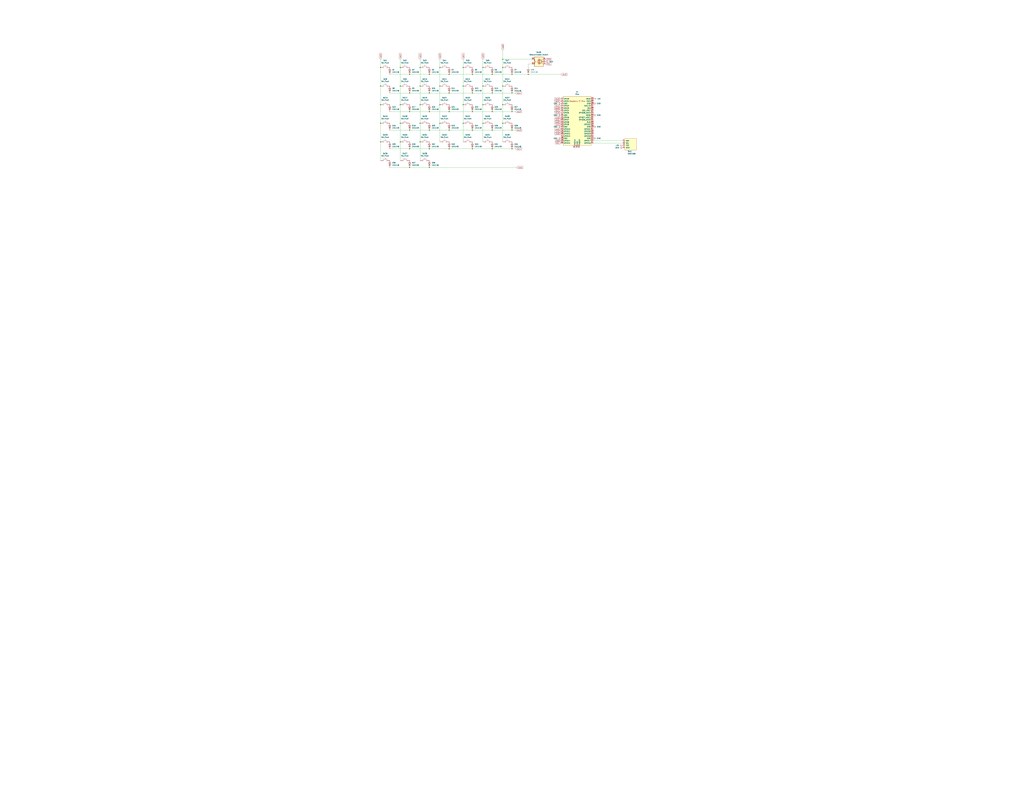
<source format=kicad_sch>
(kicad_sch (version 20250114) (generator "eeschema") (generator_version "9.0")
  (paper "E")
  (lib_symbols
    (symbol "Device:RotaryEncoder_Switch" (pin_names (offset 0.254) (hide yes))
      (property "Reference" "SW" (at 0 6.604 0))
      (property "Value" "RotaryEncoder_Switch" (at 0 -6.604 0))
      (symbol "RotaryEncoder_Switch_1_1"
        (pin passive line (at -7.62 2.54 0) (length 2.54) (name "A") (number "A"))
        (pin passive line (at -7.62 0 0) (length 2.54) (name "C") (number "C"))
        (pin passive line (at -7.62 -2.54 0) (length 2.54) (name "B") (number "B"))
        (pin passive line (at 7.62 2.54 180) (length 2.54) (name "S1") (number "S1"))
        (pin passive line (at 7.62 -2.54 180) (length 2.54) (name "S2") (number "S2"))
      )
    )
    (symbol "Diode:1N4148" (pin_numbers (hide yes)) (pin_names (hide yes))
      (property "Reference" "D" (at 0 2.54 0))
      (property "Value" "1N4148" (at 0 -2.54 0))
      (symbol "1N4148_1_1"
        (pin passive line (at -3.81 0 0) (length 2.54) (name "K") (number "1"))
        (pin passive line (at 3.81 0 180) (length 2.54) (name "A") (number "2"))
      )
    )
    (symbol "MCU_RaspberryPi_and_Boards:Pico"
      (property "Reference" "U" (at -13.97 27.94 0))
      (property "Value" "Pico" (at 0 19.05 0))
      (symbol "Pico_0_0"
        (text "Raspberry Pi Pico" (at 0 21.59 0) (effects (font (size 1.27 1.27))))
      )
      (symbol "Pico_1_1"
        (pin bidirectional line (at -17.78 24.13 0) (length 2.54) (name "GPIO0") (number "1"))
        (pin bidirectional line (at -17.78 21.59 0) (length 2.54) (name "GPIO1") (number "2"))
        (pin power_in line (at -17.78 19.05 0) (length 2.54) (name "GND") (number "3"))
        (pin bidirectional line (at -17.78 16.51 0) (length 2.54) (name "GPIO2") (number "4"))
        (pin bidirectional line (at -17.78 13.97 0) (length 2.54) (name "GPIO3") (number "5"))
        (pin bidirectional line (at -17.78 11.43 0) (length 2.54) (name "GPIO4") (number "6"))
        (pin bidirectional line (at -17.78 8.89 0) (length 2.54) (name "GPIO5") (number "7"))
        (pin power_in line (at -17.78 6.35 0) (length 2.54) (name "GND") (number "8"))
        (pin bidirectional line (at -17.78 3.81 0) (length 2.54) (name "GPIO6") (number "9"))
        (pin bidirectional line (at -17.78 1.27 0) (length 2.54) (name "GPIO7") (number "10"))
        (pin bidirectional line (at -17.78 -1.27 0) (length 2.54) (name "GPIO8") (number "11"))
        (pin bidirectional line (at -17.78 -3.81 0) (length 2.54) (name "GPIO9") (number "12"))
        (pin power_in line (at -17.78 -6.35 0) (length 2.54) (name "GND") (number "13"))
        (pin bidirectional line (at -17.78 -8.89 0) (length 2.54) (name "GPIO10") (number "14"))
        (pin bidirectional line (at -17.78 -11.43 0) (length 2.54) (name "GPIO11") (number "15"))
        (pin bidirectional line (at -17.78 -13.97 0) (length 2.54) (name "GPIO12") (number "16"))
        (pin bidirectional line (at -17.78 -16.51 0) (length 2.54) (name "GPIO13") (number "17"))
        (pin power_in line (at -17.78 -19.05 0) (length 2.54) (name "GND") (number "18"))
        (pin bidirectional line (at -17.78 -21.59 0) (length 2.54) (name "GPIO14") (number "19"))
        (pin bidirectional line (at -17.78 -24.13 0) (length 2.54) (name "GPIO15") (number "20"))
        (pin input line (at -2.54 -29.21 90) (length 2.54) (name "SWCLK") (number "41"))
        (pin power_in line (at 0 -29.21 90) (length 2.54) (name "GND") (number "42"))
        (pin bidirectional line (at 2.54 -29.21 90) (length 2.54) (name "SWDIO") (number "43"))
        (pin power_in line (at 17.78 24.13 180) (length 2.54) (name "VBUS") (number "40"))
        (pin power_in line (at 17.78 21.59 180) (length 2.54) (name "VSYS") (number "39"))
        (pin bidirectional line (at 17.78 19.05 180) (length 2.54) (name "GND") (number "38"))
        (pin input line (at 17.78 16.51 180) (length 2.54) (name "3V3_EN") (number "37"))
        (pin power_in line (at 17.78 13.97 180) (length 2.54) (name "3V3") (number "36"))
        (pin power_in line (at 17.78 11.43 180) (length 2.54) (name "ADC_VREF") (number "35"))
        (pin bidirectional line (at 17.78 8.89 180) (length 2.54) (name "GPIO28_ADC2") (number "34"))
        (pin power_in line (at 17.78 6.35 180) (length 2.54) (name "AGND") (number "33"))
        (pin bidirectional line (at 17.78 3.81 180) (length 2.54) (name "GPIO27_ADC1") (number "32"))
        (pin bidirectional line (at 17.78 1.27 180) (length 2.54) (name "GPIO26_ADC0") (number "31"))
        (pin input line (at 17.78 -1.27 180) (length 2.54) (name "RUN") (number "30"))
        (pin bidirectional line (at 17.78 -3.81 180) (length 2.54) (name "GPIO22") (number "29"))
        (pin power_in line (at 17.78 -6.35 180) (length 2.54) (name "GND") (number "28"))
        (pin bidirectional line (at 17.78 -8.89 180) (length 2.54) (name "GPIO21") (number "27"))
        (pin bidirectional line (at 17.78 -11.43 180) (length 2.54) (name "GPIO20") (number "26"))
        (pin bidirectional line (at 17.78 -13.97 180) (length 2.54) (name "GPIO19") (number "25"))
        (pin bidirectional line (at 17.78 -16.51 180) (length 2.54) (name "GPIO18") (number "24"))
        (pin power_in line (at 17.78 -19.05 180) (length 2.54) (name "GND") (number "23"))
        (pin bidirectional line (at 17.78 -21.59 180) (length 2.54) (name "GPIO17") (number "22"))
        (pin bidirectional line (at 17.78 -24.13 180) (length 2.54) (name "GPIO16") (number "21"))
      )
    )
    (symbol "SSD1306-128x64_OLED:SSD1306" (pin_names (offset 1.016))
      (property "Reference" "Brd" (at 0 -3.81 0))
      (property "Value" "SSD1306" (at 0 -1.27 0))
      (symbol "SSD1306_1_1"
        (pin input line (at -3.81 8.89 270) (length 2.54) (name "GND") (number "1"))
        (pin input line (at -1.27 8.89 270) (length 2.54) (name "VCC") (number "2"))
        (pin input line (at 1.27 8.89 270) (length 2.54) (name "SCL") (number "3"))
        (pin input line (at 3.81 8.89 270) (length 2.54) (name "SDA") (number "4"))
      )
    )
    (symbol "Switch:SW_Push" (pin_numbers (hide yes)) (pin_names (offset 1.016) (hide yes))
      (property "Reference" "SW" (at 1.27 2.54 0))
      (property "Value" "SW_Push" (at 0 -1.524 0))
      (symbol "SW_Push_0_1"
        (pin passive line (at -5.08 0 0) (length 2.54) (name "1") (number "1"))
        (pin passive line (at 5.08 0 180) (length 2.54) (name "2") (number "2"))
      )
    )
    (symbol "power:+5V" (power) (pin_numbers (hide yes)) (pin_names (offset 0) (hide yes))
      (property "Value" "+5V" (at 0 3.556 0))
      (symbol "+5V_1_1"
        (pin power_in line (at 0 0 90) (length 0) (name "~") (number "1"))
      )
    )
    (symbol "power:GND" (power) (pin_numbers (hide yes)) (pin_names (offset 0) (hide yes))
      (property "Value" "GND" (at 0 -3.81 0))
      (symbol "GND_1_1"
        (pin power_in line (at 0 0 270) (length 0) (name "~") (number "1"))
      )
    )
  )
  (junction (at 537.21 121.92))
  (junction (at 548.64 93.98))
  (junction (at 537.21 81.28))
  (junction (at 558.8 101.6))
  (junction (at 548.64 73.66))
  (junction (at 515.62 162.56))
  (junction (at 490.22 101.6))
  (junction (at 558.8 81.28))
  (junction (at 468.63 81.28))
  (junction (at 468.63 182.88))
  (junction (at 548.64 134.62))
  (junction (at 505.46 134.62))
  (junction (at 436.88 134.62))
  (junction (at 458.47 154.94))
  (junction (at 436.88 154.94))
  (junction (at 415.29 154.94))
  (junction (at 527.05 114.3))
  (junction (at 468.63 101.6))
  (junction (at 468.63 142.24))
  (junction (at 415.29 93.98))
  (junction (at 447.04 162.56))
  (junction (at 527.05 93.98))
  (junction (at 415.29 114.3))
  (junction (at 447.04 81.28))
  (junction (at 415.29 134.62))
  (junction (at 490.22 81.28))
  (junction (at 480.06 114.3))
  (junction (at 548.64 114.3))
  (junction (at 468.63 162.56))
  (junction (at 558.8 142.24))
  (junction (at 515.62 121.92))
  (junction (at 458.47 114.3))
  (junction (at 490.22 121.92))
  (junction (at 548.64 64.77))
  (junction (at 458.47 134.62))
  (junction (at 458.47 93.98))
  (junction (at 515.62 101.6))
  (junction (at 436.88 114.3))
  (junction (at 490.22 142.24))
  (junction (at 447.04 101.6))
  (junction (at 447.04 121.92))
  (junction (at 480.06 93.98))
  (junction (at 558.8 162.56))
  (junction (at 537.21 142.24))
  (junction (at 468.63 121.92))
  (junction (at 436.88 93.98))
  (junction (at 505.46 93.98))
  (junction (at 505.46 114.3))
  (junction (at 537.21 162.56))
  (junction (at 505.46 73.66))
  (junction (at 527.05 73.66))
  (junction (at 490.22 162.56))
  (junction (at 480.06 73.66))
  (junction (at 558.8 121.92))
  (junction (at 447.04 142.24))
  (junction (at 527.05 134.62))
  (junction (at 436.88 73.66))
  (junction (at 515.62 81.28))
  (junction (at 447.04 182.88))
  (junction (at 480.06 134.62))
  (junction (at 515.62 142.24))
  (junction (at 415.29 73.66))
  (junction (at 576.58 81.28))
  (junction (at 458.47 73.66))
  (junction (at 537.21 101.6))
  (wire (pts (xy 458.47 114.3) (xy 458.47 134.62)))
  (wire (pts (xy 458.47 134.62) (xy 458.47 154.94)))
  (wire (pts (xy 415.29 154.94) (xy 415.29 175.26)))
  (wire (pts (xy 425.45 101.6) (xy 447.04 101.6)))
  (wire (pts (xy 468.63 162.56) (xy 490.22 162.56)))
  (wire (pts (xy 436.88 114.3) (xy 436.88 134.62)))
  (wire (pts (xy 436.88 64.77) (xy 436.88 73.66)))
  (wire (pts (xy 537.21 81.28) (xy 558.8 81.28)))
  (wire (pts (xy 468.63 142.24) (xy 490.22 142.24)))
  (wire (pts (xy 505.46 134.62) (xy 505.46 154.94)))
  (wire (pts (xy 480.06 64.77) (xy 480.06 73.66)))
  (wire (pts (xy 436.88 93.98) (xy 436.88 114.3)))
  (wire (pts (xy 515.62 121.92) (xy 537.21 121.92)))
  (wire (pts (xy 527.05 64.77) (xy 527.05 73.66)))
  (wire (pts (xy 537.21 162.56) (xy 558.8 162.56)))
  (wire (pts (xy 548.64 93.98) (xy 548.64 114.3)))
  (wire (pts (xy 515.62 101.6) (xy 537.21 101.6)))
  (wire (pts (xy 436.88 134.62) (xy 436.88 154.94)))
  (wire (pts (xy 415.29 73.66) (xy 415.29 93.98)))
  (wire (pts (xy 527.05 134.62) (xy 527.05 154.94)))
  (wire (pts (xy 558.8 101.6) (xy 562.61 101.6)))
  (wire (pts (xy 558.8 142.24) (xy 562.61 142.24)))
  (wire (pts (xy 515.62 81.28) (xy 537.21 81.28)))
  (wire (pts (xy 647.7 153.67) (xy 679.45 153.67)))
  (wire (pts (xy 548.64 54.61) (xy 548.64 64.77)))
  (wire (pts (xy 576.58 81.28) (xy 612.14 81.28)))
  (wire (pts (xy 415.29 114.3) (xy 415.29 134.62)))
  (wire (pts (xy 527.05 93.98) (xy 527.05 114.3)))
  (wire (pts (xy 515.62 142.24) (xy 537.21 142.24)))
  (wire (pts (xy 425.45 162.56) (xy 447.04 162.56)))
  (wire (pts (xy 458.47 154.94) (xy 458.47 175.26)))
  (wire (pts (xy 458.47 93.98) (xy 458.47 114.3)))
  (wire (pts (xy 580.39 69.85) (xy 576.58 69.85)))
  (wire (pts (xy 558.8 162.56) (xy 562.61 162.56)))
  (wire (pts (xy 480.06 134.62) (xy 480.06 154.94)))
  (wire (pts (xy 548.64 64.77) (xy 580.39 64.77)))
  (wire (pts (xy 527.05 114.3) (xy 527.05 134.62)))
  (wire (pts (xy 425.45 182.88) (xy 447.04 182.88)))
  (wire (pts (xy 447.04 101.6) (xy 468.63 101.6)))
  (wire (pts (xy 576.58 69.85) (xy 576.58 73.66)))
  (wire (pts (xy 425.45 121.92) (xy 447.04 121.92)))
  (wire (pts (xy 537.21 101.6) (xy 558.8 101.6)))
  (wire (pts (xy 548.64 134.62) (xy 548.64 154.94)))
  (wire (pts (xy 490.22 81.28) (xy 515.62 81.28)))
  (wire (pts (xy 458.47 64.77) (xy 458.47 73.66)))
  (wire (pts (xy 480.06 93.98) (xy 480.06 114.3)))
  (wire (pts (xy 436.88 73.66) (xy 436.88 93.98)))
  (wire (pts (xy 425.45 81.28) (xy 447.04 81.28)))
  (wire (pts (xy 490.22 101.6) (xy 515.62 101.6)))
  (wire (pts (xy 468.63 121.92) (xy 490.22 121.92)))
  (wire (pts (xy 468.63 182.88) (xy 563.88 182.88)))
  (wire (pts (xy 490.22 142.24) (xy 515.62 142.24)))
  (wire (pts (xy 527.05 73.66) (xy 527.05 93.98)))
  (wire (pts (xy 447.04 81.28) (xy 468.63 81.28)))
  (wire (pts (xy 447.04 142.24) (xy 468.63 142.24)))
  (wire (pts (xy 505.46 64.77) (xy 505.46 73.66)))
  (wire (pts (xy 447.04 121.92) (xy 468.63 121.92)))
  (wire (pts (xy 558.8 121.92) (xy 562.61 121.92)))
  (wire (pts (xy 490.22 162.56) (xy 515.62 162.56)))
  (wire (pts (xy 415.29 134.62) (xy 415.29 154.94)))
  (wire (pts (xy 505.46 114.3) (xy 505.46 134.62)))
  (wire (pts (xy 505.46 93.98) (xy 505.46 114.3)))
  (wire (pts (xy 447.04 182.88) (xy 468.63 182.88)))
  (wire (pts (xy 647.7 156.21) (xy 679.45 156.21)))
  (wire (pts (xy 548.64 64.77) (xy 548.64 73.66)))
  (wire (pts (xy 480.06 114.3) (xy 480.06 134.62)))
  (wire (pts (xy 537.21 142.24) (xy 558.8 142.24)))
  (wire (pts (xy 490.22 121.92) (xy 515.62 121.92)))
  (wire (pts (xy 425.45 142.24) (xy 447.04 142.24)))
  (wire (pts (xy 548.64 73.66) (xy 548.64 93.98)))
  (wire (pts (xy 447.04 162.56) (xy 468.63 162.56)))
  (wire (pts (xy 515.62 162.56) (xy 537.21 162.56)))
  (wire (pts (xy 505.46 73.66) (xy 505.46 93.98)))
  (wire (pts (xy 436.88 154.94) (xy 436.88 175.26)))
  (wire (pts (xy 415.29 93.98) (xy 415.29 114.3)))
  (wire (pts (xy 558.8 81.28) (xy 576.58 81.28)))
  (wire (pts (xy 537.21 121.92) (xy 558.8 121.92)))
  (wire (pts (xy 548.64 114.3) (xy 548.64 134.62)))
  (wire (pts (xy 480.06 73.66) (xy 480.06 93.98)))
  (wire (pts (xy 415.29 64.77) (xy 415.29 73.66)))
  (wire (pts (xy 468.63 81.28) (xy 490.22 81.28)))
  (wire (pts (xy 468.63 101.6) (xy 490.22 101.6)))
  (wire (pts (xy 458.47 73.66) (xy 458.47 93.98)))
  (global_label "col4" (shape input) (at 612.14 140.97 180) (property "Intersheetrefs" "${INTERSHEET_REFS}" (effects (hide yes))))
  (global_label "col4" (shape input) (at 505.46 64.77 90) (property "Intersheetrefs" "${INTERSHEET_REFS}" (effects (hide yes))))
  (global_label "row4" (shape input) (at 612.14 120.65 180) (property "Intersheetrefs" "${INTERSHEET_REFS}" (effects (hide yes))))
  (global_label "col2" (shape input) (at 458.47 64.77 90) (property "Intersheetrefs" "${INTERSHEET_REFS}" (effects (hide yes))))
  (global_label "col3" (shape input) (at 612.14 135.89 180) (property "Intersheetrefs" "${INTERSHEET_REFS}" (effects (hide yes))))
  (global_label "RE1" (shape input) (at 612.14 156.21 180) (property "Intersheetrefs" "${INTERSHEET_REFS}" (effects (hide yes))))
  (global_label "col1" (shape input) (at 612.14 130.81 180) (property "Intersheetrefs" "${INTERSHEET_REFS}" (effects (hide yes))))
  (global_label "col6" (shape input) (at 548.64 54.61 90) (property "Intersheetrefs" "${INTERSHEET_REFS}" (effects (hide yes))))
  (global_label "RE0" (shape input) (at 612.14 153.67 180) (property "Intersheetrefs" "${INTERSHEET_REFS}" (effects (hide yes))))
  (global_label "col6" (shape input) (at 612.14 146.05 180) (property "Intersheetrefs" "${INTERSHEET_REFS}" (effects (hide yes))))
  (global_label "col1" (shape input) (at 436.88 64.77 90) (property "Intersheetrefs" "${INTERSHEET_REFS}" (effects (hide yes))))
  (global_label "row3" (shape input) (at 562.61 142.24 0) (property "Intersheetrefs" "${INTERSHEET_REFS}" (effects (hide yes))))
  (global_label "col3" (shape input) (at 480.06 64.77 90) (property "Intersheetrefs" "${INTERSHEET_REFS}" (effects (hide yes))))
  (global_label "col5" (shape input) (at 612.14 143.51 180) (property "Intersheetrefs" "${INTERSHEET_REFS}" (effects (hide yes))))
  (global_label "col2" (shape input) (at 612.14 133.35 180) (property "Intersheetrefs" "${INTERSHEET_REFS}" (effects (hide yes))))
  (global_label "RE1" (shape input) (at 595.63 69.85 0) (property "Intersheetrefs" "${INTERSHEET_REFS}" (effects (hide yes))))
  (global_label "col0" (shape input) (at 415.29 64.77 90) (property "Intersheetrefs" "${INTERSHEET_REFS}" (effects (hide yes))))
  (global_label "row4" (shape input) (at 562.61 162.56 0) (property "Intersheetrefs" "${INTERSHEET_REFS}" (effects (hide yes))))
  (global_label "row0" (shape input) (at 612.14 107.95 180) (property "Intersheetrefs" "${INTERSHEET_REFS}" (effects (hide yes))))
  (global_label "row0" (shape input) (at 612.14 81.28 0) (property "Intersheetrefs" "${INTERSHEET_REFS}" (effects (hide yes))))
  (global_label "row2" (shape input) (at 562.61 121.92 0) (property "Intersheetrefs" "${INTERSHEET_REFS}" (effects (hide yes))))
  (global_label "col5" (shape input) (at 527.05 64.77 90) (property "Intersheetrefs" "${INTERSHEET_REFS}" (effects (hide yes))))
  (global_label "RE0" (shape input) (at 595.63 64.77 0) (property "Intersheetrefs" "${INTERSHEET_REFS}" (effects (hide yes))))
  (global_label "row1" (shape input) (at 612.14 110.49 180) (property "Intersheetrefs" "${INTERSHEET_REFS}" (effects (hide yes))))
  (global_label "row3" (shape input) (at 612.14 118.11 180) (property "Intersheetrefs" "${INTERSHEET_REFS}" (effects (hide yes))))
  (global_label "col0" (shape input) (at 612.14 128.27 180) (property "Intersheetrefs" "${INTERSHEET_REFS}" (effects (hide yes))))
  (global_label "row2" (shape input) (at 612.14 115.57 180) (property "Intersheetrefs" "${INTERSHEET_REFS}" (effects (hide yes))))
  (global_label "row5" (shape input) (at 563.88 182.88 0) (property "Intersheetrefs" "${INTERSHEET_REFS}" (effects (hide yes))))
  (global_label "row5" (shape input) (at 612.14 123.19 180) (property "Intersheetrefs" "${INTERSHEET_REFS}" (effects (hide yes))))
  (global_label "row1" (shape input) (at 562.61 101.6 0) (property "Intersheetrefs" "${INTERSHEET_REFS}" (effects (hide yes))))
  (symbol (lib_id "Diode:1N4148") (at 425.45 138.43 90) (unit 1)
    (property "Reference" "D16" (at 427.99 137.1599 90) (effects (justify right)))
    (property "Value" "1N4148" (at 427.99 139.6999 90) (effects (justify right)))
    (property "Footprint" "Diode_THT:D_DO-35_SOD27_P7.62mm_Horizontal" (effects (hide yes)))
    (property "Datasheet" "https://assets.nexperia.com/documents/data-sheet/1N4148_1N4448.pdf" (effects (hide yes)))
    (property "Description" "100V 0.15A standard switching diode, DO-35" (effects (hide yes)))
    (property "Sim.Device" "D" (effects (hide yes)))
    (property "Sim.Pins" "1=K 2=A" (effects (hide yes)))
  )
  (symbol (lib_id "Switch:SW_Push") (at 532.13 73.66 0) (unit 1)
    (property "Reference" "SW6" (at 532.13 66.04 0))
    (property "Value" "SW_Push" (at 532.13 68.58 0))
    (property "Footprint" "Button_Switch_Keyboard:SW_Cherry_MX_1.00u_PCB" (effects (hide yes)))
    (property "Description" "Push button switch, generic, two pins" (effects (hide yes)))
  )
  (symbol (lib_id "power:GND") (at 612.14 113.03 270) (unit 1)
    (property "Reference" "#PWR02" (effects (hide yes)))
    (property "Value" "GND" (at 608.33 113.0299 90) (effects (justify right)))
    (property "Description" "Power symbol creates a global label with name \"GND\" , ground" (effects (hide yes)))
  )
  (symbol (lib_id "SSD1306-128x64_OLED:SSD1306") (at 688.34 157.48 90) (unit 1)
    (property "Reference" "Brd1" (at 685.038 165.354 90) (effects (justify right)))
    (property "Value" "SSD1306" (at 685.038 167.894 90) (effects (justify right)))
    (property "Footprint" "KiCad-SSD1306-0.91-OLED-4pin-128x32.pretty-master:SSD1306-0.91-OLED-4pin-128x32" (effects (hide yes)))
    (property "Description" "SSD1306 OLED" (effects (hide yes)))
  )
  (symbol (lib_id "Diode:1N4148") (at 468.63 77.47 90) (unit 1)
    (property "Reference" "D3" (at 471.17 76.1999 90) (effects (justify right)))
    (property "Value" "1N4148" (at 471.17 78.7399 90) (effects (justify right)))
    (property "Footprint" "Diode_THT:D_DO-35_SOD27_P7.62mm_Horizontal" (effects (hide yes)))
    (property "Datasheet" "https://assets.nexperia.com/documents/data-sheet/1N4148_1N4448.pdf" (effects (hide yes)))
    (property "Description" "100V 0.15A standard switching diode, DO-35" (effects (hide yes)))
    (property "Sim.Device" "D" (effects (hide yes)))
    (property "Sim.Pins" "1=K 2=A" (effects (hide yes)))
  )
  (symbol (lib_id "Diode:1N4148") (at 537.21 97.79 90) (unit 1)
    (property "Reference" "D13" (at 539.75 96.5199 90) (effects (justify right)))
    (property "Value" "1N4148" (at 539.75 99.0599 90) (effects (justify right)))
    (property "Footprint" "Diode_THT:D_DO-35_SOD27_P7.62mm_Horizontal" (effects (hide yes)))
    (property "Datasheet" "https://assets.nexperia.com/documents/data-sheet/1N4148_1N4448.pdf" (effects (hide yes)))
    (property "Description" "100V 0.15A standard switching diode, DO-35" (effects (hide yes)))
    (property "Sim.Device" "D" (effects (hide yes)))
    (property "Sim.Pins" "1=K 2=A" (effects (hide yes)))
  )
  (symbol (lib_id "power:GND") (at 612.14 151.13 270) (unit 1)
    (property "Reference" "#PWR05" (effects (hide yes)))
    (property "Value" "GND" (at 608.33 151.1299 90) (effects (justify right)))
    (property "Description" "Power symbol creates a global label with name \"GND\" , ground" (effects (hide yes)))
  )
  (symbol (lib_id "power:GND") (at 595.63 67.31 90) (unit 1)
    (property "Reference" "#PWR01" (effects (hide yes)))
    (property "Value" "GND" (at 599.44 67.3099 90) (effects (justify right)))
    (property "Description" "Power symbol creates a global label with name \"GND\" , ground" (effects (hide yes)))
  )
  (symbol (lib_id "Switch:SW_Push") (at 420.37 93.98 0) (unit 1)
    (property "Reference" "SW8" (at 420.37 86.36 0))
    (property "Value" "SW_Push" (at 420.37 88.9 0))
    (property "Footprint" "Button_Switch_Keyboard:SW_Cherry_MX_1.00u_PCB" (effects (hide yes)))
    (property "Description" "Push button switch, generic, two pins" (effects (hide yes)))
  )
  (symbol (lib_id "Switch:SW_Push") (at 463.55 154.94 0) (unit 1)
    (property "Reference" "SW31" (at 463.55 147.32 0))
    (property "Value" "SW_Push" (at 463.55 149.86 0))
    (property "Footprint" "Button_Switch_Keyboard:SW_Cherry_MX_1.00u_PCB" (effects (hide yes)))
    (property "Description" "Push button switch, generic, two pins" (effects (hide yes)))
  )
  (symbol (lib_id "Diode:1N4148") (at 537.21 77.47 90) (unit 1)
    (property "Reference" "D6" (at 539.75 76.1999 90) (effects (justify right)))
    (property "Value" "1N4148" (at 539.75 78.7399 90) (effects (justify right)))
    (property "Footprint" "Diode_THT:D_DO-35_SOD27_P7.62mm_Horizontal" (effects (hide yes)))
    (property "Datasheet" "https://assets.nexperia.com/documents/data-sheet/1N4148_1N4448.pdf" (effects (hide yes)))
    (property "Description" "100V 0.15A standard switching diode, DO-35" (effects (hide yes)))
    (property "Sim.Device" "D" (effects (hide yes)))
    (property "Sim.Pins" "1=K 2=A" (effects (hide yes)))
  )
  (symbol (lib_id "power:GND") (at 647.7 151.13 90) (unit 1)
    (property "Reference" "#PWR06" (effects (hide yes)))
    (property "Value" "GND" (at 651.51 151.1299 90) (effects (justify right)))
    (property "Description" "Power symbol creates a global label with name \"GND\" , ground" (effects (hide yes)))
  )
  (symbol (lib_id "Diode:1N4148") (at 447.04 77.47 90) (unit 1)
    (property "Reference" "D2" (at 449.58 76.1999 90) (effects (justify right)))
    (property "Value" "1N4148" (at 449.58 78.7399 90) (effects (justify right)))
    (property "Footprint" "Diode_THT:D_DO-35_SOD27_P7.62mm_Horizontal" (effects (hide yes)))
    (property "Datasheet" "https://assets.nexperia.com/documents/data-sheet/1N4148_1N4448.pdf" (effects (hide yes)))
    (property "Description" "100V 0.15A standard switching diode, DO-35" (effects (hide yes)))
    (property "Sim.Device" "D" (effects (hide yes)))
    (property "Sim.Pins" "1=K 2=A" (effects (hide yes)))
  )
  (symbol (lib_id "Switch:SW_Push") (at 553.72 114.3 0) (unit 1)
    (property "Reference" "SW27" (at 553.72 106.68 0))
    (property "Value" "SW_Push" (at 553.72 109.22 0))
    (property "Footprint" "Button_Switch_Keyboard:SW_Cherry_MX_1.00u_PCB" (effects (hide yes)))
    (property "Description" "Push button switch, generic, two pins" (effects (hide yes)))
  )
  (symbol (lib_id "Diode:1N4148") (at 490.22 118.11 90) (unit 1)
    (property "Reference" "D21" (at 492.76 116.8399 90) (effects (justify right)))
    (property "Value" "1N4148" (at 492.76 119.3799 90) (effects (justify right)))
    (property "Footprint" "Diode_THT:D_DO-35_SOD27_P7.62mm_Horizontal" (effects (hide yes)))
    (property "Datasheet" "https://assets.nexperia.com/documents/data-sheet/1N4148_1N4448.pdf" (effects (hide yes)))
    (property "Description" "100V 0.15A standard switching diode, DO-35" (effects (hide yes)))
    (property "Sim.Device" "D" (effects (hide yes)))
    (property "Sim.Pins" "1=K 2=A" (effects (hide yes)))
  )
  (symbol (lib_id "Diode:1N4148") (at 425.45 97.79 90) (unit 1)
    (property "Reference" "D8" (at 427.99 96.5199 90) (effects (justify right)))
    (property "Value" "1N4148" (at 427.99 99.0599 90) (effects (justify right)))
    (property "Footprint" "Diode_THT:D_DO-35_SOD27_P7.62mm_Horizontal" (effects (hide yes)))
    (property "Datasheet" "https://assets.nexperia.com/documents/data-sheet/1N4148_1N4448.pdf" (effects (hide yes)))
    (property "Description" "100V 0.15A standard switching diode, DO-35" (effects (hide yes)))
    (property "Sim.Device" "D" (effects (hide yes)))
    (property "Sim.Pins" "1=K 2=A" (effects (hide yes)))
  )
  (symbol (lib_id "Switch:SW_Push") (at 441.96 114.3 0) (unit 1)
    (property "Reference" "SW17" (at 441.96 106.68 0))
    (property "Value" "SW_Push" (at 441.96 109.22 0))
    (property "Footprint" "Button_Switch_Keyboard:SW_Cherry_MX_1.00u_PCB" (effects (hide yes)))
    (property "Description" "Push button switch, generic, two pins" (effects (hide yes)))
  )
  (symbol (lib_id "Diode:1N4148") (at 468.63 97.79 90) (unit 1)
    (property "Reference" "D10" (at 471.17 96.5199 90) (effects (justify right)))
    (property "Value" "1N4148" (at 471.17 99.0599 90) (effects (justify right)))
    (property "Footprint" "Diode_THT:D_DO-35_SOD27_P7.62mm_Horizontal" (effects (hide yes)))
    (property "Datasheet" "https://assets.nexperia.com/documents/data-sheet/1N4148_1N4448.pdf" (effects (hide yes)))
    (property "Description" "100V 0.15A standard switching diode, DO-35" (effects (hide yes)))
    (property "Sim.Device" "D" (effects (hide yes)))
    (property "Sim.Pins" "1=K 2=A" (effects (hide yes)))
  )
  (symbol (lib_id "Switch:SW_Push") (at 532.13 134.62 0) (unit 1)
    (property "Reference" "SW26" (at 532.13 127 0))
    (property "Value" "SW_Push" (at 532.13 129.54 0))
    (property "Footprint" "Button_Switch_Keyboard:SW_Cherry_MX_1.00u_PCB" (effects (hide yes)))
    (property "Description" "Push button switch, generic, two pins" (effects (hide yes)))
  )
  (symbol (lib_id "Diode:1N4148") (at 447.04 97.79 90) (unit 1)
    (property "Reference" "D9" (at 449.58 96.5199 90) (effects (justify right)))
    (property "Value" "1N4148" (at 449.58 99.0599 90) (effects (justify right)))
    (property "Footprint" "Diode_THT:D_DO-35_SOD27_P7.62mm_Horizontal" (effects (hide yes)))
    (property "Datasheet" "https://assets.nexperia.com/documents/data-sheet/1N4148_1N4448.pdf" (effects (hide yes)))
    (property "Description" "100V 0.15A standard switching diode, DO-35" (effects (hide yes)))
    (property "Sim.Device" "D" (effects (hide yes)))
    (property "Sim.Pins" "1=K 2=A" (effects (hide yes)))
  )
  (symbol (lib_id "Switch:SW_Push") (at 553.72 93.98 0) (unit 1)
    (property "Reference" "SW14" (at 553.72 86.36 0))
    (property "Value" "SW_Push" (at 553.72 88.9 0))
    (property "Footprint" "Button_Switch_Keyboard:SW_Cherry_MX_1.00u_PCB" (effects (hide yes)))
    (property "Description" "Push button switch, generic, two pins" (effects (hide yes)))
  )
  (symbol (lib_id "Diode:1N4148") (at 447.04 118.11 90) (unit 1)
    (property "Reference" "D17" (at 449.58 116.8399 90) (effects (justify right)))
    (property "Value" "1N4148" (at 449.58 119.3799 90) (effects (justify right)))
    (property "Footprint" "Diode_THT:D_DO-35_SOD27_P7.62mm_Horizontal" (effects (hide yes)))
    (property "Datasheet" "https://assets.nexperia.com/documents/data-sheet/1N4148_1N4448.pdf" (effects (hide yes)))
    (property "Description" "100V 0.15A standard switching diode, DO-35" (effects (hide yes)))
    (property "Sim.Device" "D" (effects (hide yes)))
    (property "Sim.Pins" "1=K 2=A" (effects (hide yes)))
  )
  (symbol (lib_id "Switch:SW_Push") (at 441.96 175.26 0) (unit 1)
    (property "Reference" "SW37" (at 441.96 167.64 0))
    (property "Value" "SW_Push" (at 441.96 170.18 0))
    (property "Footprint" "Button_Switch_Keyboard:SW_Cherry_MX_1.00u_PCB" (effects (hide yes)))
    (property "Description" "Push button switch, generic, two pins" (effects (hide yes)))
  )
  (symbol (lib_id "power:GND") (at 612.14 125.73 270) (unit 1)
    (property "Reference" "#PWR03" (effects (hide yes)))
    (property "Value" "GND" (at 608.33 125.7299 90) (effects (justify right)))
    (property "Description" "Power symbol creates a global label with name \"GND\" , ground" (effects (hide yes)))
  )
  (symbol (lib_id "Switch:SW_Push") (at 485.14 73.66 0) (unit 1)
    (property "Reference" "SW4" (at 485.14 66.04 0))
    (property "Value" "SW_Push" (at 485.14 68.58 0))
    (property "Footprint" "Button_Switch_Keyboard:SW_Cherry_MX_1.00u_PCB" (effects (hide yes)))
    (property "Description" "Push button switch, generic, two pins" (effects (hide yes)))
  )
  (symbol (lib_id "Diode:1N4148") (at 490.22 77.47 90) (unit 1)
    (property "Reference" "D4" (at 492.76 76.1999 90) (effects (justify right)))
    (property "Value" "1N4148" (at 492.76 78.7399 90) (effects (justify right)))
    (property "Footprint" "Diode_THT:D_DO-35_SOD27_P7.62mm_Horizontal" (effects (hide yes)))
    (property "Datasheet" "https://assets.nexperia.com/documents/data-sheet/1N4148_1N4448.pdf" (effects (hide yes)))
    (property "Description" "100V 0.15A standard switching diode, DO-35" (effects (hide yes)))
    (property "Sim.Device" "D" (effects (hide yes)))
    (property "Sim.Pins" "1=K 2=A" (effects (hide yes)))
  )
  (symbol (lib_id "Diode:1N4148") (at 490.22 138.43 90) (unit 1)
    (property "Reference" "D22" (at 492.76 137.1599 90) (effects (justify right)))
    (property "Value" "1N4148" (at 492.76 139.6999 90) (effects (justify right)))
    (property "Footprint" "Diode_THT:D_DO-35_SOD27_P7.62mm_Horizontal" (effects (hide yes)))
    (property "Datasheet" "https://assets.nexperia.com/documents/data-sheet/1N4148_1N4448.pdf" (effects (hide yes)))
    (property "Description" "100V 0.15A standard switching diode, DO-35" (effects (hide yes)))
    (property "Sim.Device" "D" (effects (hide yes)))
    (property "Sim.Pins" "1=K 2=A" (effects (hide yes)))
  )
  (symbol (lib_id "Diode:1N4148") (at 425.45 77.47 90) (unit 1)
    (property "Reference" "D1" (at 427.99 76.1999 90) (effects (justify right)))
    (property "Value" "1N4148" (at 427.99 78.7399 90) (effects (justify right)))
    (property "Footprint" "Diode_THT:D_DO-35_SOD27_P7.62mm_Horizontal" (effects (hide yes)))
    (property "Datasheet" "https://assets.nexperia.com/documents/data-sheet/1N4148_1N4448.pdf" (effects (hide yes)))
    (property "Description" "100V 0.15A standard switching diode, DO-35" (effects (hide yes)))
    (property "Sim.Device" "D" (effects (hide yes)))
    (property "Sim.Pins" "1=K 2=A" (effects (hide yes)))
  )
  (symbol (lib_id "Switch:SW_Push") (at 441.96 154.94 0) (unit 1)
    (property "Reference" "SW30" (at 441.96 147.32 0))
    (property "Value" "SW_Push" (at 441.96 149.86 0))
    (property "Footprint" "Button_Switch_Keyboard:SW_Cherry_MX_1.00u_PCB" (effects (hide yes)))
    (property "Description" "Push button switch, generic, two pins" (effects (hide yes)))
  )
  (symbol (lib_id "Switch:SW_Push") (at 441.96 73.66 0) (unit 1)
    (property "Reference" "SW2" (at 441.96 66.04 0))
    (property "Value" "SW_Push" (at 441.96 68.58 0))
    (property "Footprint" "Button_Switch_Keyboard:SW_Cherry_MX_1.00u_PCB" (effects (hide yes)))
    (property "Description" "Push button switch, generic, two pins" (effects (hide yes)))
  )
  (symbol (lib_id "Switch:SW_Push") (at 532.13 154.94 0) (unit 1)
    (property "Reference" "SW34" (at 532.13 147.32 0))
    (property "Value" "SW_Push" (at 532.13 149.86 0))
    (property "Footprint" "Button_Switch_Keyboard:SW_Cherry_MX_1.00u_PCB" (effects (hide yes)))
    (property "Description" "Push button switch, generic, two pins" (effects (hide yes)))
  )
  (symbol (lib_id "Diode:1N4148") (at 490.22 158.75 90) (unit 1)
    (property "Reference" "D32" (at 492.76 157.4799 90) (effects (justify right)))
    (property "Value" "1N4148" (at 492.76 160.0199 90) (effects (justify right)))
    (property "Footprint" "Diode_THT:D_DO-35_SOD27_P7.62mm_Horizontal" (effects (hide yes)))
    (property "Datasheet" "https://assets.nexperia.com/documents/data-sheet/1N4148_1N4448.pdf" (effects (hide yes)))
    (property "Description" "100V 0.15A standard switching diode, DO-35" (effects (hide yes)))
    (property "Sim.Device" "D" (effects (hide yes)))
    (property "Sim.Pins" "1=K 2=A" (effects (hide yes)))
  )
  (symbol (lib_id "Diode:1N4148") (at 490.22 97.79 90) (unit 1)
    (property "Reference" "D11" (at 492.76 96.5199 90) (effects (justify right)))
    (property "Value" "1N4148" (at 492.76 99.0599 90) (effects (justify right)))
    (property "Footprint" "Diode_THT:D_DO-35_SOD27_P7.62mm_Horizontal" (effects (hide yes)))
    (property "Datasheet" "https://assets.nexperia.com/documents/data-sheet/1N4148_1N4448.pdf" (effects (hide yes)))
    (property "Description" "100V 0.15A standard switching diode, DO-35" (effects (hide yes)))
    (property "Sim.Device" "D" (effects (hide yes)))
    (property "Sim.Pins" "1=K 2=A" (effects (hide yes)))
  )
  (symbol (lib_id "Switch:SW_Push") (at 532.13 114.3 0) (unit 1)
    (property "Reference" "SW25" (at 532.13 106.68 0))
    (property "Value" "SW_Push" (at 532.13 109.22 0))
    (property "Footprint" "Button_Switch_Keyboard:SW_Cherry_MX_1.00u_PCB" (effects (hide yes)))
    (property "Description" "Push button switch, generic, two pins" (effects (hide yes)))
  )
  (symbol (lib_id "Diode:1N4148") (at 558.8 97.79 90) (unit 1)
    (property "Reference" "D14" (at 561.34 96.5199 90) (effects (justify right)))
    (property "Value" "1N4148" (at 561.34 99.0599 90) (effects (justify right)))
    (property "Footprint" "Diode_THT:D_DO-35_SOD27_P7.62mm_Horizontal" (effects (hide yes)))
    (property "Datasheet" "https://assets.nexperia.com/documents/data-sheet/1N4148_1N4448.pdf" (effects (hide yes)))
    (property "Description" "100V 0.15A standard switching diode, DO-35" (effects (hide yes)))
    (property "Sim.Device" "D" (effects (hide yes)))
    (property "Sim.Pins" "1=K 2=A" (effects (hide yes)))
  )
  (symbol (lib_id "power:GND") (at 612.14 138.43 270) (unit 1)
    (property "Reference" "#PWR04" (effects (hide yes)))
    (property "Value" "GND" (at 608.33 138.4299 90) (effects (justify right)))
    (property "Description" "Power symbol creates a global label with name \"GND\" , ground" (effects (hide yes)))
  )
  (symbol (lib_id "Diode:1N4148") (at 425.45 118.11 90) (unit 1)
    (property "Reference" "D15" (at 427.99 116.8399 90) (effects (justify right)))
    (property "Value" "1N4148" (at 427.99 119.3799 90) (effects (justify right)))
    (property "Footprint" "Diode_THT:D_DO-35_SOD27_P7.62mm_Horizontal" (effects (hide yes)))
    (property "Datasheet" "https://assets.nexperia.com/documents/data-sheet/1N4148_1N4448.pdf" (effects (hide yes)))
    (property "Description" "100V 0.15A standard switching diode, DO-35" (effects (hide yes)))
    (property "Sim.Device" "D" (effects (hide yes)))
    (property "Sim.Pins" "1=K 2=A" (effects (hide yes)))
  )
  (symbol (lib_id "Diode:1N4148") (at 515.62 138.43 90) (unit 1)
    (property "Reference" "D24" (at 518.16 137.1599 90) (effects (justify right)))
    (property "Value" "1N4148" (at 518.16 139.6999 90) (effects (justify right)))
    (property "Footprint" "Diode_THT:D_DO-35_SOD27_P7.62mm_Horizontal" (effects (hide yes)))
    (property "Datasheet" "https://assets.nexperia.com/documents/data-sheet/1N4148_1N4448.pdf" (effects (hide yes)))
    (property "Description" "100V 0.15A standard switching diode, DO-35" (effects (hide yes)))
    (property "Sim.Device" "D" (effects (hide yes)))
    (property "Sim.Pins" "1=K 2=A" (effects (hide yes)))
  )
  (symbol (lib_id "power:GND") (at 647.7 113.03 90) (unit 1)
    (property "Reference" "#PWR09" (effects (hide yes)))
    (property "Value" "GND" (at 651.51 113.0299 90) (effects (justify right)))
    (property "Description" "Power symbol creates a global label with name \"GND\" , ground" (effects (hide yes)))
  )
  (symbol (lib_id "Diode:1N4148") (at 515.62 118.11 90) (unit 1)
    (property "Reference" "D23" (at 518.16 116.8399 90) (effects (justify right)))
    (property "Value" "1N4148" (at 518.16 119.3799 90) (effects (justify right)))
    (property "Footprint" "Diode_THT:D_DO-35_SOD27_P7.62mm_Horizontal" (effects (hide yes)))
    (property "Datasheet" "https://assets.nexperia.com/documents/data-sheet/1N4148_1N4448.pdf" (effects (hide yes)))
    (property "Description" "100V 0.15A standard switching diode, DO-35" (effects (hide yes)))
    (property "Sim.Device" "D" (effects (hide yes)))
    (property "Sim.Pins" "1=K 2=A" (effects (hide yes)))
  )
  (symbol (lib_id "Diode:1N4148") (at 447.04 179.07 90) (unit 1)
    (property "Reference" "D37" (at 449.58 177.7999 90) (effects (justify right)))
    (property "Value" "1N4148" (at 449.58 180.3399 90) (effects (justify right)))
    (property "Footprint" "Diode_THT:D_DO-35_SOD27_P7.62mm_Horizontal" (effects (hide yes)))
    (property "Datasheet" "https://assets.nexperia.com/documents/data-sheet/1N4148_1N4448.pdf" (effects (hide yes)))
    (property "Description" "100V 0.15A standard switching diode, DO-35" (effects (hide yes)))
    (property "Sim.Device" "D" (effects (hide yes)))
    (property "Sim.Pins" "1=K 2=A" (effects (hide yes)))
  )
  (symbol (lib_id "Diode:1N4148") (at 515.62 77.47 90) (unit 1)
    (property "Reference" "D5" (at 518.16 76.1999 90) (effects (justify right)))
    (property "Value" "1N4148" (at 518.16 78.7399 90) (effects (justify right)))
    (property "Footprint" "Diode_THT:D_DO-35_SOD27_P7.62mm_Horizontal" (effects (hide yes)))
    (property "Datasheet" "https://assets.nexperia.com/documents/data-sheet/1N4148_1N4448.pdf" (effects (hide yes)))
    (property "Description" "100V 0.15A standard switching diode, DO-35" (effects (hide yes)))
    (property "Sim.Device" "D" (effects (hide yes)))
    (property "Sim.Pins" "1=K 2=A" (effects (hide yes)))
  )
  (symbol (lib_id "Diode:1N4148") (at 558.8 77.47 90) (unit 1)
    (property "Reference" "D7" (at 561.34 76.1999 90) (effects (justify right)))
    (property "Value" "1N4148" (at 561.34 78.7399 90) (effects (justify right)))
    (property "Footprint" "Diode_THT:D_DO-35_SOD27_P7.62mm_Horizontal" (effects (hide yes)))
    (property "Datasheet" "https://assets.nexperia.com/documents/data-sheet/1N4148_1N4448.pdf" (effects (hide yes)))
    (property "Description" "100V 0.15A standard switching diode, DO-35" (effects (hide yes)))
    (property "Sim.Device" "D" (effects (hide yes)))
    (property "Sim.Pins" "1=K 2=A" (effects (hide yes)))
  )
  (symbol (lib_id "Switch:SW_Push") (at 510.54 73.66 0) (unit 1)
    (property "Reference" "SW5" (at 510.54 66.04 0))
    (property "Value" "SW_Push" (at 510.54 68.58 0))
    (property "Footprint" "Button_Switch_Keyboard:SW_Cherry_MX_1.00u_PCB" (effects (hide yes)))
    (property "Description" "Push button switch, generic, two pins" (effects (hide yes)))
  )
  (symbol (lib_id "Diode:1N4148") (at 558.8 158.75 90) (unit 1)
    (property "Reference" "D35" (at 561.34 157.4799 90) (effects (justify right)))
    (property "Value" "1N4148" (at 561.34 160.0199 90) (effects (justify right)))
    (property "Footprint" "Diode_THT:D_DO-35_SOD27_P7.62mm_Horizontal" (effects (hide yes)))
    (property "Datasheet" "https://assets.nexperia.com/documents/data-sheet/1N4148_1N4448.pdf" (effects (hide yes)))
    (property "Description" "100V 0.15A standard switching diode, DO-35" (effects (hide yes)))
    (property "Sim.Device" "D" (effects (hide yes)))
    (property "Sim.Pins" "1=K 2=A" (effects (hide yes)))
  )
  (symbol (lib_id "Diode:1N4148") (at 558.8 138.43 90) (unit 1)
    (property "Reference" "D28" (at 561.34 137.1599 90) (effects (justify right)))
    (property "Value" "1N4148" (at 561.34 139.6999 90) (effects (justify right)))
    (property "Footprint" "Diode_THT:D_DO-35_SOD27_P7.62mm_Horizontal" (effects (hide yes)))
    (property "Datasheet" "https://assets.nexperia.com/documents/data-sheet/1N4148_1N4448.pdf" (effects (hide yes)))
    (property "Description" "100V 0.15A standard switching diode, DO-35" (effects (hide yes)))
    (property "Sim.Device" "D" (effects (hide yes)))
    (property "Sim.Pins" "1=K 2=A" (effects (hide yes)))
  )
  (symbol (lib_id "Diode:1N4148") (at 425.45 158.75 90) (unit 1)
    (property "Reference" "D29" (at 427.99 157.4799 90) (effects (justify right)))
    (property "Value" "1N4148" (at 427.99 160.0199 90) (effects (justify right)))
    (property "Footprint" "Diode_THT:D_DO-35_SOD27_P7.62mm_Horizontal" (effects (hide yes)))
    (property "Datasheet" "https://assets.nexperia.com/documents/data-sheet/1N4148_1N4448.pdf" (effects (hide yes)))
    (property "Description" "100V 0.15A standard switching diode, DO-35" (effects (hide yes)))
    (property "Sim.Device" "D" (effects (hide yes)))
    (property "Sim.Pins" "1=K 2=A" (effects (hide yes)))
  )
  (symbol (lib_id "Diode:1N4148") (at 468.63 158.75 90) (unit 1)
    (property "Reference" "D31" (at 471.17 157.4799 90) (effects (justify right)))
    (property "Value" "1N4148" (at 471.17 160.0199 90) (effects (justify right)))
    (property "Footprint" "Diode_THT:D_DO-35_SOD27_P7.62mm_Horizontal" (effects (hide yes)))
    (property "Datasheet" "https://assets.nexperia.com/documents/data-sheet/1N4148_1N4448.pdf" (effects (hide yes)))
    (property "Description" "100V 0.15A standard switching diode, DO-35" (effects (hide yes)))
    (property "Sim.Device" "D" (effects (hide yes)))
    (property "Sim.Pins" "1=K 2=A" (effects (hide yes)))
  )
  (symbol (lib_id "MCU_RaspberryPi_and_Boards:Pico") (at 629.92 132.08 0) (unit 1)
    (property "Reference" "U1" (at 629.92 100.33 0))
    (property "Value" "Pico" (at 629.92 102.87 0))
    (property "Footprint" "MCU_RaspberryPi_and_Boards:RPi_Pico_SMD_TH" (effects (hide yes)))
  )
  (symbol (lib_id "Switch:SW_Push") (at 532.13 93.98 0) (unit 1)
    (property "Reference" "SW13" (at 532.13 86.36 0))
    (property "Value" "SW_Push" (at 532.13 88.9 0))
    (property "Footprint" "Button_Switch_Keyboard:SW_Cherry_MX_1.00u_PCB" (effects (hide yes)))
    (property "Description" "Push button switch, generic, two pins" (effects (hide yes)))
  )
  (symbol (lib_id "Switch:SW_Push") (at 510.54 154.94 0) (unit 1)
    (property "Reference" "SW33" (at 510.54 147.32 0))
    (property "Value" "SW_Push" (at 510.54 149.86 0))
    (property "Footprint" "Button_Switch_Keyboard:SW_Cherry_MX_1.00u_PCB" (effects (hide yes)))
    (property "Description" "Push button switch, generic, two pins" (effects (hide yes)))
  )
  (symbol (lib_id "Diode:1N4148") (at 537.21 158.75 90) (unit 1)
    (property "Reference" "D34" (at 539.75 157.4799 90) (effects (justify right)))
    (property "Value" "1N4148" (at 539.75 160.0199 90) (effects (justify right)))
    (property "Footprint" "Diode_THT:D_DO-35_SOD27_P7.62mm_Horizontal" (effects (hide yes)))
    (property "Datasheet" "https://assets.nexperia.com/documents/data-sheet/1N4148_1N4448.pdf" (effects (hide yes)))
    (property "Description" "100V 0.15A standard switching diode, DO-35" (effects (hide yes)))
    (property "Sim.Device" "D" (effects (hide yes)))
    (property "Sim.Pins" "1=K 2=A" (effects (hide yes)))
  )
  (symbol (lib_id "Switch:SW_Push") (at 441.96 93.98 0) (unit 1)
    (property "Reference" "SW9" (at 441.96 86.36 0))
    (property "Value" "SW_Push" (at 441.96 88.9 0))
    (property "Footprint" "Button_Switch_Keyboard:SW_Cherry_MX_1.00u_PCB" (effects (hide yes)))
    (property "Description" "Push button switch, generic, two pins" (effects (hide yes)))
  )
  (symbol (lib_id "Switch:SW_Push") (at 420.37 154.94 0) (unit 1)
    (property "Reference" "SW29" (at 420.37 147.32 0))
    (property "Value" "SW_Push" (at 420.37 149.86 0))
    (property "Footprint" "Button_Switch_Keyboard:SW_Cherry_MX_1.00u_PCB" (effects (hide yes)))
    (property "Description" "Push button switch, generic, two pins" (effects (hide yes)))
  )
  (symbol (lib_id "Switch:SW_Push") (at 553.72 134.62 0) (unit 1)
    (property "Reference" "SW28" (at 553.72 127 0))
    (property "Value" "SW_Push" (at 553.72 129.54 0))
    (property "Footprint" "Button_Switch_Keyboard:SW_Cherry_MX_1.00u_PCB" (effects (hide yes)))
    (property "Description" "Push button switch, generic, two pins" (effects (hide yes)))
  )
  (symbol (lib_id "Device:RotaryEncoder_Switch") (at 588.01 67.31 180) (unit 1)
    (property "Reference" "SW39" (at 588.01 57.15 0))
    (property "Value" "RotaryEncoder_Switch" (at 588.01 59.69 0))
    (property "Footprint" "Rotary_Encoder:RotaryEncoder_Alps_EC11E-Switch_Vertical_H20mm_CircularMountingHoles" (effects (hide yes)))
    (property "Description" "Rotary encoder, dual channel, incremental quadrate outputs, with switch" (effects (hide yes)))
  )
  (symbol (lib_id "Diode:1N4148") (at 468.63 118.11 90) (unit 1)
    (property "Reference" "D19" (at 471.17 116.8399 90) (effects (justify right)))
    (property "Value" "1N4148" (at 471.17 119.3799 90) (effects (justify right)))
    (property "Footprint" "Diode_THT:D_DO-35_SOD27_P7.62mm_Horizontal" (effects (hide yes)))
    (property "Datasheet" "https://assets.nexperia.com/documents/data-sheet/1N4148_1N4448.pdf" (effects (hide yes)))
    (property "Description" "100V 0.15A standard switching diode, DO-35" (effects (hide yes)))
    (property "Sim.Device" "D" (effects (hide yes)))
    (property "Sim.Pins" "1=K 2=A" (effects (hide yes)))
  )
  (symbol (lib_id "Switch:SW_Push") (at 510.54 93.98 0) (unit 1)
    (property "Reference" "SW12" (at 510.54 86.36 0))
    (property "Value" "SW_Push" (at 510.54 88.9 0))
    (property "Footprint" "Button_Switch_Keyboard:SW_Cherry_MX_1.00u_PCB" (effects (hide yes)))
    (property "Description" "Push button switch, generic, two pins" (effects (hide yes)))
  )
  (symbol (lib_id "Switch:SW_Push") (at 463.55 114.3 0) (unit 1)
    (property "Reference" "SW19" (at 463.55 106.68 0))
    (property "Value" "SW_Push" (at 463.55 109.22 0))
    (property "Footprint" "Button_Switch_Keyboard:SW_Cherry_MX_1.00u_PCB" (effects (hide yes)))
    (property "Description" "Push button switch, generic, two pins" (effects (hide yes)))
  )
  (symbol (lib_id "Switch:SW_Push") (at 485.14 154.94 0) (unit 1)
    (property "Reference" "SW32" (at 485.14 147.32 0))
    (property "Value" "SW_Push" (at 485.14 149.86 0))
    (property "Footprint" "Button_Switch_Keyboard:SW_Cherry_MX_1.00u_PCB" (effects (hide yes)))
    (property "Description" "Push button switch, generic, two pins" (effects (hide yes)))
  )
  (symbol (lib_id "power:+5V") (at 647.7 107.95 270) (unit 1)
    (property "Reference" "#PWR012" (effects (hide yes)))
    (property "Value" "+5V" (at 651.51 107.9499 90) (effects (justify left)))
    (property "Description" "Power symbol creates a global label with name \"+5V\"" (effects (hide yes)))
  )
  (symbol (lib_id "power:+5V") (at 679.45 158.75 90) (unit 1)
    (property "Reference" "#PWR011" (effects (hide yes)))
    (property "Value" "+5V" (at 675.64 158.7499 90) (effects (justify left)))
    (property "Description" "Power symbol creates a global label with name \"+5V\"" (effects (hide yes)))
  )
  (symbol (lib_id "Diode:1N4148") (at 515.62 97.79 90) (unit 1)
    (property "Reference" "D12" (at 518.16 96.5199 90) (effects (justify right)))
    (property "Value" "1N4148" (at 518.16 99.0599 90) (effects (justify right)))
    (property "Footprint" "Diode_THT:D_DO-35_SOD27_P7.62mm_Horizontal" (effects (hide yes)))
    (property "Datasheet" "https://assets.nexperia.com/documents/data-sheet/1N4148_1N4448.pdf" (effects (hide yes)))
    (property "Description" "100V 0.15A standard switching diode, DO-35" (effects (hide yes)))
    (property "Sim.Device" "D" (effects (hide yes)))
    (property "Sim.Pins" "1=K 2=A" (effects (hide yes)))
  )
  (symbol (lib_id "Switch:SW_Push") (at 463.55 93.98 0) (unit 1)
    (property "Reference" "SW10" (at 463.55 86.36 0))
    (property "Value" "SW_Push" (at 463.55 88.9 0))
    (property "Footprint" "Button_Switch_Keyboard:SW_Cherry_MX_1.00u_PCB" (effects (hide yes)))
    (property "Description" "Push button switch, generic, two pins" (effects (hide yes)))
  )
  (symbol (lib_id "Switch:SW_Push") (at 420.37 114.3 0) (unit 1)
    (property "Reference" "SW15" (at 420.37 106.68 0))
    (property "Value" "SW_Push" (at 420.37 109.22 0))
    (property "Footprint" "Button_Switch_Keyboard:SW_Cherry_MX_1.00u_PCB" (effects (hide yes)))
    (property "Description" "Push button switch, generic, two pins" (effects (hide yes)))
  )
  (symbol (lib_id "Switch:SW_Push") (at 553.72 73.66 0) (unit 1)
    (property "Reference" "SW7" (at 553.72 66.04 0))
    (property "Value" "SW_Push" (at 553.72 68.58 0))
    (property "Footprint" "Button_Switch_Keyboard:SW_Cherry_MX_1.00u_PCB" (effects (hide yes)))
    (property "Description" "Push button switch, generic, two pins" (effects (hide yes)))
  )
  (symbol (lib_id "Diode:1N4148") (at 558.8 118.11 90) (unit 1)
    (property "Reference" "D27" (at 561.34 116.8399 90) (effects (justify right)))
    (property "Value" "1N4148" (at 561.34 119.3799 90) (effects (justify right)))
    (property "Footprint" "Diode_THT:D_DO-35_SOD27_P7.62mm_Horizontal" (effects (hide yes)))
    (property "Datasheet" "https://assets.nexperia.com/documents/data-sheet/1N4148_1N4448.pdf" (effects (hide yes)))
    (property "Description" "100V 0.15A standard switching diode, DO-35" (effects (hide yes)))
    (property "Sim.Device" "D" (effects (hide yes)))
    (property "Sim.Pins" "1=K 2=A" (effects (hide yes)))
  )
  (symbol (lib_id "Diode:1N4148") (at 447.04 138.43 90) (unit 1)
    (property "Reference" "D18" (at 449.58 137.1599 90) (effects (justify right)))
    (property "Value" "1N4148" (at 449.58 139.6999 90) (effects (justify right)))
    (property "Footprint" "Diode_THT:D_DO-35_SOD27_P7.62mm_Horizontal" (effects (hide yes)))
    (property "Datasheet" "https://assets.nexperia.com/documents/data-sheet/1N4148_1N4448.pdf" (effects (hide yes)))
    (property "Description" "100V 0.15A standard switching diode, DO-35" (effects (hide yes)))
    (property "Sim.Device" "D" (effects (hide yes)))
    (property "Sim.Pins" "1=K 2=A" (effects (hide yes)))
  )
  (symbol (lib_id "Switch:SW_Push") (at 485.14 134.62 0) (unit 1)
    (property "Reference" "SW22" (at 485.14 127 0))
    (property "Value" "SW_Push" (at 485.14 129.54 0))
    (property "Footprint" "Button_Switch_Keyboard:SW_Cherry_MX_1.00u_PCB" (effects (hide yes)))
    (property "Description" "Push button switch, generic, two pins" (effects (hide yes)))
  )
  (symbol (lib_id "Switch:SW_Push") (at 485.14 114.3 0) (unit 1)
    (property "Reference" "SW21" (at 485.14 106.68 0))
    (property "Value" "SW_Push" (at 485.14 109.22 0))
    (property "Footprint" "Button_Switch_Keyboard:SW_Cherry_MX_1.00u_PCB" (effects (hide yes)))
    (property "Description" "Push button switch, generic, two pins" (effects (hide yes)))
  )
  (symbol (lib_id "Switch:SW_Push") (at 463.55 73.66 0) (unit 1)
    (property "Reference" "SW3" (at 463.55 66.04 0))
    (property "Value" "SW_Push" (at 463.55 68.58 0))
    (property "Footprint" "Button_Switch_Keyboard:SW_Cherry_MX_1.00u_PCB" (effects (hide yes)))
    (property "Description" "Push button switch, generic, two pins" (effects (hide yes)))
  )
  (symbol (lib_id "Diode:1N4148") (at 468.63 138.43 90) (unit 1)
    (property "Reference" "D20" (at 471.17 137.1599 90) (effects (justify right)))
    (property "Value" "1N4148" (at 471.17 139.6999 90) (effects (justify right)))
    (property "Footprint" "Diode_THT:D_DO-35_SOD27_P7.62mm_Horizontal" (effects (hide yes)))
    (property "Datasheet" "https://assets.nexperia.com/documents/data-sheet/1N4148_1N4448.pdf" (effects (hide yes)))
    (property "Description" "100V 0.15A standard switching diode, DO-35" (effects (hide yes)))
    (property "Sim.Device" "D" (effects (hide yes)))
    (property "Sim.Pins" "1=K 2=A" (effects (hide yes)))
  )
  (symbol (lib_id "Diode:1N4148") (at 537.21 138.43 90) (unit 1)
    (property "Reference" "D26" (at 539.75 137.1599 90) (effects (justify right)))
    (property "Value" "1N4148" (at 539.75 139.6999 90) (effects (justify right)))
    (property "Footprint" "Diode_THT:D_DO-35_SOD27_P7.62mm_Horizontal" (effects (hide yes)))
    (property "Datasheet" "https://assets.nexperia.com/documents/data-sheet/1N4148_1N4448.pdf" (effects (hide yes)))
    (property "Description" "100V 0.15A standard switching diode, DO-35" (effects (hide yes)))
    (property "Sim.Device" "D" (effects (hide yes)))
    (property "Sim.Pins" "1=K 2=A" (effects (hide yes)))
  )
  (symbol (lib_id "Switch:SW_Push") (at 420.37 175.26 0) (unit 1)
    (property "Reference" "SW36" (at 420.37 167.64 0))
    (property "Value" "SW_Push" (at 420.37 170.18 0))
    (property "Footprint" "Button_Switch_Keyboard:SW_Cherry_MX_1.00u_PCB" (effects (hide yes)))
    (property "Description" "Push button switch, generic, two pins" (effects (hide yes)))
  )
  (symbol (lib_id "Switch:SW_Push") (at 463.55 175.26 0) (unit 1)
    (property "Reference" "SW38" (at 463.55 167.64 0))
    (property "Value" "SW_Push" (at 463.55 170.18 0))
    (property "Footprint" "Button_Switch_Keyboard:SW_Cherry_MX_1.00u_PCB" (effects (hide yes)))
    (property "Description" "Push button switch, generic, two pins" (effects (hide yes)))
  )
  (symbol (lib_id "Switch:SW_Push") (at 510.54 134.62 0) (unit 1)
    (property "Reference" "SW24" (at 510.54 127 0))
    (property "Value" "SW_Push" (at 510.54 129.54 0))
    (property "Footprint" "Button_Switch_Keyboard:SW_Cherry_MX_1.00u_PCB" (effects (hide yes)))
    (property "Description" "Push button switch, generic, two pins" (effects (hide yes)))
  )
  (symbol (lib_id "Diode:1N4148") (at 425.45 179.07 90) (unit 1)
    (property "Reference" "D36" (at 427.99 177.7999 90) (effects (justify right)))
    (property "Value" "1N4148" (at 427.99 180.3399 90) (effects (justify right)))
    (property "Footprint" "Diode_THT:D_DO-35_SOD27_P7.62mm_Horizontal" (effects (hide yes)))
    (property "Datasheet" "https://assets.nexperia.com/documents/data-sheet/1N4148_1N4448.pdf" (effects (hide yes)))
    (property "Description" "100V 0.15A standard switching diode, DO-35" (effects (hide yes)))
    (property "Sim.Device" "D" (effects (hide yes)))
    (property "Sim.Pins" "1=K 2=A" (effects (hide yes)))
  )
  (symbol (lib_id "power:GND") (at 647.7 138.43 90) (unit 1)
    (property "Reference" "#PWR07" (effects (hide yes)))
    (property "Value" "GND" (at 651.51 138.4299 90) (effects (justify right)))
    (property "Description" "Power symbol creates a global label with name \"GND\" , ground" (effects (hide yes)))
  )
  (symbol (lib_id "Diode:1N4148") (at 576.58 77.47 90) (unit 1)
    (property "Reference" "D39" (at 579.12 76.1999 90) (effects (justify right)))
    (property "Value" "1N4148" (at 579.12 78.7399 90) (effects (justify right)))
    (property "Footprint" "Diode_THT:D_DO-35_SOD27_P7.62mm_Horizontal" (effects (hide yes)))
    (property "Datasheet" "https://assets.nexperia.com/documents/data-sheet/1N4148_1N4448.pdf" (effects (hide yes)))
    (property "Description" "100V 0.15A standard switching diode, DO-35" (effects (hide yes)))
    (property "Sim.Device" "D" (effects (hide yes)))
    (property "Sim.Pins" "1=K 2=A" (effects (hide yes)))
  )
  (symbol (lib_id "Switch:SW_Push") (at 463.55 134.62 0) (unit 1)
    (property "Reference" "SW20" (at 463.55 127 0))
    (property "Value" "SW_Push" (at 463.55 129.54 0))
    (property "Footprint" "Button_Switch_Keyboard:SW_Cherry_MX_1.00u_PCB" (effects (hide yes)))
    (property "Description" "Push button switch, generic, two pins" (effects (hide yes)))
  )
  (symbol (lib_id "Diode:1N4148") (at 468.63 179.07 90) (unit 1)
    (property "Reference" "D38" (at 471.17 177.7999 90) (effects (justify right)))
    (property "Value" "1N4148" (at 471.17 180.3399 90) (effects (justify right)))
    (property "Footprint" "Diode_THT:D_DO-35_SOD27_P7.62mm_Horizontal" (effects (hide yes)))
    (property "Datasheet" "https://assets.nexperia.com/documents/data-sheet/1N4148_1N4448.pdf" (effects (hide yes)))
    (property "Description" "100V 0.15A standard switching diode, DO-35" (effects (hide yes)))
    (property "Sim.Device" "D" (effects (hide yes)))
    (property "Sim.Pins" "1=K 2=A" (effects (hide yes)))
  )
  (symbol (lib_id "Switch:SW_Push") (at 485.14 93.98 0) (unit 1)
    (property "Reference" "SW11" (at 485.14 86.36 0))
    (property "Value" "SW_Push" (at 485.14 88.9 0))
    (property "Footprint" "Button_Switch_Keyboard:SW_Cherry_MX_1.00u_PCB" (effects (hide yes)))
    (property "Description" "Push button switch, generic, two pins" (effects (hide yes)))
  )
  (symbol (lib_id "Switch:SW_Push") (at 510.54 114.3 0) (unit 1)
    (property "Reference" "SW23" (at 510.54 106.68 0))
    (property "Value" "SW_Push" (at 510.54 109.22 0))
    (property "Footprint" "Button_Switch_Keyboard:SW_Cherry_MX_1.00u_PCB" (effects (hide yes)))
    (property "Description" "Push button switch, generic, two pins" (effects (hide yes)))
  )
  (symbol (lib_id "Switch:SW_Push") (at 553.72 154.94 0) (unit 1)
    (property "Reference" "SW35" (at 553.72 147.32 0))
    (property "Value" "SW_Push" (at 553.72 149.86 0))
    (property "Footprint" "Button_Switch_Keyboard:SW_Cherry_MX_1.00u_PCB" (effects (hide yes)))
    (property "Description" "Push button switch, generic, two pins" (effects (hide yes)))
  )
  (symbol (lib_id "Diode:1N4148") (at 515.62 158.75 90) (unit 1)
    (property "Reference" "D33" (at 518.16 157.4799 90) (effects (justify right)))
    (property "Value" "1N4148" (at 518.16 160.0199 90) (effects (justify right)))
    (property "Footprint" "Diode_THT:D_DO-35_SOD27_P7.62mm_Horizontal" (effects (hide yes)))
    (property "Datasheet" "https://assets.nexperia.com/documents/data-sheet/1N4148_1N4448.pdf" (effects (hide yes)))
    (property "Description" "100V 0.15A standard switching diode, DO-35" (effects (hide yes)))
    (property "Sim.Device" "D" (effects (hide yes)))
    (property "Sim.Pins" "1=K 2=A" (effects (hide yes)))
  )
  (symbol (lib_id "Diode:1N4148") (at 537.21 118.11 90) (unit 1)
    (property "Reference" "D25" (at 539.75 116.8399 90) (effects (justify right)))
    (property "Value" "1N4148" (at 539.75 119.3799 90) (effects (justify right)))
    (property "Footprint" "Diode_THT:D_DO-35_SOD27_P7.62mm_Horizontal" (effects (hide yes)))
    (property "Datasheet" "https://assets.nexperia.com/documents/data-sheet/1N4148_1N4448.pdf" (effects (hide yes)))
    (property "Description" "100V 0.15A standard switching diode, DO-35" (effects (hide yes)))
    (property "Sim.Device" "D" (effects (hide yes)))
    (property "Sim.Pins" "1=K 2=A" (effects (hide yes)))
  )
  (symbol (lib_id "power:GND") (at 679.45 161.29 270) (unit 1)
    (property "Reference" "#PWR010" (effects (hide yes)))
    (property "Value" "GND" (at 675.64 161.2899 90) (effects (justify right)))
    (property "Description" "Power symbol creates a global label with name \"GND\" , ground" (effects (hide yes)))
  )
  (symbol (lib_id "Switch:SW_Push") (at 420.37 73.66 0) (unit 1)
    (property "Reference" "SW1" (at 420.37 66.04 0))
    (property "Value" "SW_Push" (at 420.37 68.58 0))
    (property "Footprint" "Button_Switch_Keyboard:SW_Cherry_MX_1.00u_PCB" (effects (hide yes)))
    (property "Description" "Push button switch, generic, two pins" (effects (hide yes)))
  )
  (symbol (lib_id "Diode:1N4148") (at 447.04 158.75 90) (unit 1)
    (property "Reference" "D30" (at 449.58 157.4799 90) (effects (justify right)))
    (property "Value" "1N4148" (at 449.58 160.0199 90) (effects (justify right)))
    (property "Footprint" "Diode_THT:D_DO-35_SOD27_P7.62mm_Horizontal" (effects (hide yes)))
    (property "Datasheet" "https://assets.nexperia.com/documents/data-sheet/1N4148_1N4448.pdf" (effects (hide yes)))
    (property "Description" "100V 0.15A standard switching diode, DO-35" (effects (hide yes)))
    (property "Sim.Device" "D" (effects (hide yes)))
    (property "Sim.Pins" "1=K 2=A" (effects (hide yes)))
  )
  (symbol (lib_id "Switch:SW_Push") (at 420.37 134.62 0) (unit 1)
    (property "Reference" "SW16" (at 420.37 127 0))
    (property "Value" "SW_Push" (at 420.37 129.54 0))
    (property "Footprint" "Button_Switch_Keyboard:SW_Cherry_MX_1.00u_PCB" (effects (hide yes)))
    (property "Description" "Push button switch, generic, two pins" (effects (hide yes)))
  )
  (symbol (lib_id "power:GND") (at 647.7 125.73 90) (unit 1)
    (property "Reference" "#PWR08" (effects (hide yes)))
    (property "Value" "GND" (at 651.51 125.7299 90) (effects (justify right)))
    (property "Description" "Power symbol creates a global label with name \"GND\" , ground" (effects (hide yes)))
  )
  (symbol (lib_id "Switch:SW_Push") (at 441.96 134.62 0) (unit 1)
    (property "Reference" "SW18" (at 441.96 127 0))
    (property "Value" "SW_Push" (at 441.96 129.54 0))
    (property "Footprint" "Button_Switch_Keyboard:SW_Cherry_MX_1.00u_PCB" (effects (hide yes)))
    (property "Description" "Push button switch, generic, two pins" (effects (hide yes)))
  )
)
</source>
